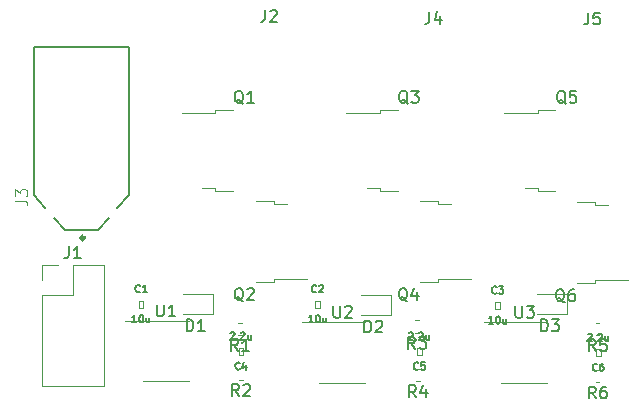
<source format=gbr>
G04 #@! TF.GenerationSoftware,KiCad,Pcbnew,(5.1.5-0)*
G04 #@! TF.CreationDate,2021-08-12T18:14:52-04:00*
G04 #@! TF.ProjectId,ESC_V3,4553435f-5633-42e6-9b69-6361645f7063,rev?*
G04 #@! TF.SameCoordinates,Original*
G04 #@! TF.FileFunction,Legend,Top*
G04 #@! TF.FilePolarity,Positive*
%FSLAX46Y46*%
G04 Gerber Fmt 4.6, Leading zero omitted, Abs format (unit mm)*
G04 Created by KiCad (PCBNEW (5.1.5-0)) date 2021-08-12 18:14:52*
%MOMM*%
%LPD*%
G04 APERTURE LIST*
%ADD10C,0.066040*%
%ADD11C,0.120000*%
%ADD12C,0.127000*%
%ADD13C,0.300000*%
%ADD14C,0.150000*%
%ADD15C,0.015000*%
G04 APERTURE END LIST*
D10*
X113853520Y-87799720D02*
X114249760Y-87799720D01*
X114249760Y-87799720D02*
X114249760Y-87200280D01*
X113853520Y-87200280D02*
X114249760Y-87200280D01*
X113853520Y-87799720D02*
X113853520Y-87200280D01*
X128801880Y-87799720D02*
X129198120Y-87799720D01*
X129198120Y-87799720D02*
X129198120Y-87200280D01*
X128801880Y-87200280D02*
X129198120Y-87200280D01*
X128801880Y-87799720D02*
X128801880Y-87200280D01*
X144053520Y-87899720D02*
X144449760Y-87899720D01*
X144449760Y-87899720D02*
X144449760Y-87300280D01*
X144053520Y-87300280D02*
X144449760Y-87300280D01*
X144053520Y-87899720D02*
X144053520Y-87300280D01*
X122698120Y-91195280D02*
X122698120Y-91794720D01*
X122698120Y-91794720D02*
X122301880Y-91794720D01*
X122301880Y-91195280D02*
X122301880Y-91794720D01*
X122698120Y-91195280D02*
X122301880Y-91195280D01*
X137798120Y-91200280D02*
X137798120Y-91799720D01*
X137798120Y-91799720D02*
X137401880Y-91799720D01*
X137401880Y-91200280D02*
X137401880Y-91799720D01*
X137798120Y-91200280D02*
X137401880Y-91200280D01*
X152949760Y-91300280D02*
X152949760Y-91899720D01*
X152949760Y-91899720D02*
X152553520Y-91899720D01*
X152553520Y-91300280D02*
X152553520Y-91899720D01*
X152949760Y-91300280D02*
X152553520Y-91300280D01*
D11*
X120150000Y-88350000D02*
X120150000Y-86650000D01*
X120150000Y-86650000D02*
X117600000Y-86650000D01*
X120150000Y-88350000D02*
X117600000Y-88350000D01*
X135200000Y-88450000D02*
X132650000Y-88450000D01*
X135200000Y-86750000D02*
X132650000Y-86750000D01*
X135200000Y-88450000D02*
X135200000Y-86750000D01*
X150150000Y-88350000D02*
X150150000Y-86650000D01*
X150150000Y-86650000D02*
X147600000Y-86650000D01*
X150150000Y-88350000D02*
X147600000Y-88350000D01*
X105670000Y-94450000D02*
X110870000Y-94450000D01*
X105670000Y-86770000D02*
X105670000Y-94450000D01*
X110870000Y-84170000D02*
X110870000Y-94450000D01*
X105670000Y-86770000D02*
X108270000Y-86770000D01*
X108270000Y-86770000D02*
X108270000Y-84170000D01*
X108270000Y-84170000D02*
X110870000Y-84170000D01*
X105670000Y-85500000D02*
X105670000Y-84170000D01*
X105670000Y-84170000D02*
X107000000Y-84170000D01*
X121830000Y-71050000D02*
X120330000Y-71050000D01*
X120330000Y-71050000D02*
X120330000Y-71320000D01*
X120330000Y-71320000D02*
X117500000Y-71320000D01*
X121830000Y-77950000D02*
X120330000Y-77950000D01*
X120330000Y-77950000D02*
X120330000Y-77680000D01*
X120330000Y-77680000D02*
X119230000Y-77680000D01*
X125270000Y-79020000D02*
X126370000Y-79020000D01*
X125270000Y-78750000D02*
X125270000Y-79020000D01*
X123770000Y-78750000D02*
X125270000Y-78750000D01*
X125270000Y-85380000D02*
X128100000Y-85380000D01*
X125270000Y-85650000D02*
X125270000Y-85380000D01*
X123770000Y-85650000D02*
X125270000Y-85650000D01*
X135765000Y-71050000D02*
X134265000Y-71050000D01*
X134265000Y-71050000D02*
X134265000Y-71320000D01*
X134265000Y-71320000D02*
X131435000Y-71320000D01*
X135765000Y-77950000D02*
X134265000Y-77950000D01*
X134265000Y-77950000D02*
X134265000Y-77680000D01*
X134265000Y-77680000D02*
X133165000Y-77680000D01*
X139170000Y-79020000D02*
X140270000Y-79020000D01*
X139170000Y-78750000D02*
X139170000Y-79020000D01*
X137670000Y-78750000D02*
X139170000Y-78750000D01*
X139170000Y-85380000D02*
X142000000Y-85380000D01*
X139170000Y-85650000D02*
X139170000Y-85380000D01*
X137670000Y-85650000D02*
X139170000Y-85650000D01*
X149130000Y-71050000D02*
X147630000Y-71050000D01*
X147630000Y-71050000D02*
X147630000Y-71320000D01*
X147630000Y-71320000D02*
X144800000Y-71320000D01*
X149130000Y-77950000D02*
X147630000Y-77950000D01*
X147630000Y-77950000D02*
X147630000Y-77680000D01*
X147630000Y-77680000D02*
X146530000Y-77680000D01*
X152470000Y-79120000D02*
X153570000Y-79120000D01*
X152470000Y-78850000D02*
X152470000Y-79120000D01*
X150970000Y-78850000D02*
X152470000Y-78850000D01*
X152470000Y-85480000D02*
X155300000Y-85480000D01*
X152470000Y-85750000D02*
X152470000Y-85480000D01*
X150970000Y-85750000D02*
X152470000Y-85750000D01*
X122575279Y-90100000D02*
X122249721Y-90100000D01*
X122575279Y-89080000D02*
X122249721Y-89080000D01*
X122662779Y-92890000D02*
X122337221Y-92890000D01*
X122662779Y-93910000D02*
X122337221Y-93910000D01*
X137575279Y-89910000D02*
X137249721Y-89910000D01*
X137575279Y-88890000D02*
X137249721Y-88890000D01*
X137650279Y-92990000D02*
X137324721Y-92990000D01*
X137650279Y-94010000D02*
X137324721Y-94010000D01*
X152862779Y-90110000D02*
X152537221Y-90110000D01*
X152862779Y-89090000D02*
X152537221Y-89090000D01*
X152862779Y-93090000D02*
X152537221Y-93090000D01*
X152862779Y-94110000D02*
X152537221Y-94110000D01*
X116150000Y-94055000D02*
X118100000Y-94055000D01*
X116150000Y-94055000D02*
X114200000Y-94055000D01*
X116150000Y-88935000D02*
X118100000Y-88935000D01*
X116150000Y-88935000D02*
X112700000Y-88935000D01*
X131100000Y-89040000D02*
X127650000Y-89040000D01*
X131100000Y-89040000D02*
X133050000Y-89040000D01*
X131100000Y-94160000D02*
X129150000Y-94160000D01*
X131100000Y-94160000D02*
X133050000Y-94160000D01*
X146500000Y-94160000D02*
X148450000Y-94160000D01*
X146500000Y-94160000D02*
X144550000Y-94160000D01*
X146500000Y-89040000D02*
X148450000Y-89040000D01*
X146500000Y-89040000D02*
X143050000Y-89040000D01*
D12*
X104950000Y-78250000D02*
X104950000Y-65750000D01*
X104950000Y-65750000D02*
X113050000Y-65750000D01*
X113050000Y-65750000D02*
X113050000Y-78250000D01*
X110400000Y-81250000D02*
X107600000Y-81250000D01*
X104950000Y-78250000D02*
X105950000Y-79380000D01*
X107600000Y-81250000D02*
X106700000Y-80230000D01*
X113050000Y-78250000D02*
X112050000Y-79380000D01*
X110400000Y-81250000D02*
X111300000Y-80230000D01*
D13*
X109250000Y-81900000D02*
G75*
G03X109250000Y-81900000I-150000J0D01*
G01*
D12*
X113950040Y-86447714D02*
X113921011Y-86476742D01*
X113833925Y-86505771D01*
X113775868Y-86505771D01*
X113688782Y-86476742D01*
X113630725Y-86418685D01*
X113601697Y-86360628D01*
X113572668Y-86244514D01*
X113572668Y-86157428D01*
X113601697Y-86041314D01*
X113630725Y-85983257D01*
X113688782Y-85925200D01*
X113775868Y-85896171D01*
X113833925Y-85896171D01*
X113921011Y-85925200D01*
X113950040Y-85954228D01*
X114530611Y-86505771D02*
X114182268Y-86505771D01*
X114356440Y-86505771D02*
X114356440Y-85896171D01*
X114298382Y-85983257D01*
X114240325Y-86041314D01*
X114182268Y-86070342D01*
X113659754Y-89045771D02*
X113311411Y-89045771D01*
X113485582Y-89045771D02*
X113485582Y-88436171D01*
X113427525Y-88523257D01*
X113369468Y-88581314D01*
X113311411Y-88610342D01*
X114037125Y-88436171D02*
X114095182Y-88436171D01*
X114153240Y-88465200D01*
X114182268Y-88494228D01*
X114211297Y-88552285D01*
X114240325Y-88668400D01*
X114240325Y-88813542D01*
X114211297Y-88929657D01*
X114182268Y-88987714D01*
X114153240Y-89016742D01*
X114095182Y-89045771D01*
X114037125Y-89045771D01*
X113979068Y-89016742D01*
X113950040Y-88987714D01*
X113921011Y-88929657D01*
X113891982Y-88813542D01*
X113891982Y-88668400D01*
X113921011Y-88552285D01*
X113950040Y-88494228D01*
X113979068Y-88465200D01*
X114037125Y-88436171D01*
X114762840Y-88639371D02*
X114762840Y-89045771D01*
X114501582Y-88639371D02*
X114501582Y-88958685D01*
X114530611Y-89016742D01*
X114588668Y-89045771D01*
X114675754Y-89045771D01*
X114733811Y-89016742D01*
X114762840Y-88987714D01*
X128898400Y-86447714D02*
X128869371Y-86476742D01*
X128782285Y-86505771D01*
X128724228Y-86505771D01*
X128637142Y-86476742D01*
X128579085Y-86418685D01*
X128550057Y-86360628D01*
X128521028Y-86244514D01*
X128521028Y-86157428D01*
X128550057Y-86041314D01*
X128579085Y-85983257D01*
X128637142Y-85925200D01*
X128724228Y-85896171D01*
X128782285Y-85896171D01*
X128869371Y-85925200D01*
X128898400Y-85954228D01*
X129130628Y-85954228D02*
X129159657Y-85925200D01*
X129217714Y-85896171D01*
X129362857Y-85896171D01*
X129420914Y-85925200D01*
X129449942Y-85954228D01*
X129478971Y-86012285D01*
X129478971Y-86070342D01*
X129449942Y-86157428D01*
X129101600Y-86505771D01*
X129478971Y-86505771D01*
X128608114Y-89045771D02*
X128259771Y-89045771D01*
X128433942Y-89045771D02*
X128433942Y-88436171D01*
X128375885Y-88523257D01*
X128317828Y-88581314D01*
X128259771Y-88610342D01*
X128985485Y-88436171D02*
X129043542Y-88436171D01*
X129101600Y-88465200D01*
X129130628Y-88494228D01*
X129159657Y-88552285D01*
X129188685Y-88668400D01*
X129188685Y-88813542D01*
X129159657Y-88929657D01*
X129130628Y-88987714D01*
X129101600Y-89016742D01*
X129043542Y-89045771D01*
X128985485Y-89045771D01*
X128927428Y-89016742D01*
X128898400Y-88987714D01*
X128869371Y-88929657D01*
X128840342Y-88813542D01*
X128840342Y-88668400D01*
X128869371Y-88552285D01*
X128898400Y-88494228D01*
X128927428Y-88465200D01*
X128985485Y-88436171D01*
X129711200Y-88639371D02*
X129711200Y-89045771D01*
X129449942Y-88639371D02*
X129449942Y-88958685D01*
X129478971Y-89016742D01*
X129537028Y-89045771D01*
X129624114Y-89045771D01*
X129682171Y-89016742D01*
X129711200Y-88987714D01*
X144150040Y-86547714D02*
X144121011Y-86576742D01*
X144033925Y-86605771D01*
X143975868Y-86605771D01*
X143888782Y-86576742D01*
X143830725Y-86518685D01*
X143801697Y-86460628D01*
X143772668Y-86344514D01*
X143772668Y-86257428D01*
X143801697Y-86141314D01*
X143830725Y-86083257D01*
X143888782Y-86025200D01*
X143975868Y-85996171D01*
X144033925Y-85996171D01*
X144121011Y-86025200D01*
X144150040Y-86054228D01*
X144353240Y-85996171D02*
X144730611Y-85996171D01*
X144527411Y-86228400D01*
X144614497Y-86228400D01*
X144672554Y-86257428D01*
X144701582Y-86286457D01*
X144730611Y-86344514D01*
X144730611Y-86489657D01*
X144701582Y-86547714D01*
X144672554Y-86576742D01*
X144614497Y-86605771D01*
X144440325Y-86605771D01*
X144382268Y-86576742D01*
X144353240Y-86547714D01*
X143859754Y-89145771D02*
X143511411Y-89145771D01*
X143685582Y-89145771D02*
X143685582Y-88536171D01*
X143627525Y-88623257D01*
X143569468Y-88681314D01*
X143511411Y-88710342D01*
X144237125Y-88536171D02*
X144295182Y-88536171D01*
X144353240Y-88565200D01*
X144382268Y-88594228D01*
X144411297Y-88652285D01*
X144440325Y-88768400D01*
X144440325Y-88913542D01*
X144411297Y-89029657D01*
X144382268Y-89087714D01*
X144353240Y-89116742D01*
X144295182Y-89145771D01*
X144237125Y-89145771D01*
X144179068Y-89116742D01*
X144150040Y-89087714D01*
X144121011Y-89029657D01*
X144091982Y-88913542D01*
X144091982Y-88768400D01*
X144121011Y-88652285D01*
X144150040Y-88594228D01*
X144179068Y-88565200D01*
X144237125Y-88536171D01*
X144962840Y-88739371D02*
X144962840Y-89145771D01*
X144701582Y-88739371D02*
X144701582Y-89058685D01*
X144730611Y-89116742D01*
X144788668Y-89145771D01*
X144875754Y-89145771D01*
X144933811Y-89116742D01*
X144962840Y-89087714D01*
X122398400Y-92982714D02*
X122369371Y-93011742D01*
X122282285Y-93040771D01*
X122224228Y-93040771D01*
X122137142Y-93011742D01*
X122079085Y-92953685D01*
X122050057Y-92895628D01*
X122021028Y-92779514D01*
X122021028Y-92692428D01*
X122050057Y-92576314D01*
X122079085Y-92518257D01*
X122137142Y-92460200D01*
X122224228Y-92431171D01*
X122282285Y-92431171D01*
X122369371Y-92460200D01*
X122398400Y-92489228D01*
X122920914Y-92634371D02*
X122920914Y-93040771D01*
X122775771Y-92402142D02*
X122630628Y-92837571D01*
X123008000Y-92837571D01*
X121614628Y-89949228D02*
X121643657Y-89920200D01*
X121701714Y-89891171D01*
X121846857Y-89891171D01*
X121904914Y-89920200D01*
X121933942Y-89949228D01*
X121962971Y-90007285D01*
X121962971Y-90065342D01*
X121933942Y-90152428D01*
X121585600Y-90500771D01*
X121962971Y-90500771D01*
X122224228Y-90442714D02*
X122253257Y-90471742D01*
X122224228Y-90500771D01*
X122195200Y-90471742D01*
X122224228Y-90442714D01*
X122224228Y-90500771D01*
X122485485Y-89949228D02*
X122514514Y-89920200D01*
X122572571Y-89891171D01*
X122717714Y-89891171D01*
X122775771Y-89920200D01*
X122804800Y-89949228D01*
X122833828Y-90007285D01*
X122833828Y-90065342D01*
X122804800Y-90152428D01*
X122456457Y-90500771D01*
X122833828Y-90500771D01*
X123356342Y-90094371D02*
X123356342Y-90500771D01*
X123095085Y-90094371D02*
X123095085Y-90413685D01*
X123124114Y-90471742D01*
X123182171Y-90500771D01*
X123269257Y-90500771D01*
X123327314Y-90471742D01*
X123356342Y-90442714D01*
X137498400Y-92987714D02*
X137469371Y-93016742D01*
X137382285Y-93045771D01*
X137324228Y-93045771D01*
X137237142Y-93016742D01*
X137179085Y-92958685D01*
X137150057Y-92900628D01*
X137121028Y-92784514D01*
X137121028Y-92697428D01*
X137150057Y-92581314D01*
X137179085Y-92523257D01*
X137237142Y-92465200D01*
X137324228Y-92436171D01*
X137382285Y-92436171D01*
X137469371Y-92465200D01*
X137498400Y-92494228D01*
X138049942Y-92436171D02*
X137759657Y-92436171D01*
X137730628Y-92726457D01*
X137759657Y-92697428D01*
X137817714Y-92668400D01*
X137962857Y-92668400D01*
X138020914Y-92697428D01*
X138049942Y-92726457D01*
X138078971Y-92784514D01*
X138078971Y-92929657D01*
X138049942Y-92987714D01*
X138020914Y-93016742D01*
X137962857Y-93045771D01*
X137817714Y-93045771D01*
X137759657Y-93016742D01*
X137730628Y-92987714D01*
X136714628Y-89954228D02*
X136743657Y-89925200D01*
X136801714Y-89896171D01*
X136946857Y-89896171D01*
X137004914Y-89925200D01*
X137033942Y-89954228D01*
X137062971Y-90012285D01*
X137062971Y-90070342D01*
X137033942Y-90157428D01*
X136685600Y-90505771D01*
X137062971Y-90505771D01*
X137324228Y-90447714D02*
X137353257Y-90476742D01*
X137324228Y-90505771D01*
X137295200Y-90476742D01*
X137324228Y-90447714D01*
X137324228Y-90505771D01*
X137585485Y-89954228D02*
X137614514Y-89925200D01*
X137672571Y-89896171D01*
X137817714Y-89896171D01*
X137875771Y-89925200D01*
X137904800Y-89954228D01*
X137933828Y-90012285D01*
X137933828Y-90070342D01*
X137904800Y-90157428D01*
X137556457Y-90505771D01*
X137933828Y-90505771D01*
X138456342Y-90099371D02*
X138456342Y-90505771D01*
X138195085Y-90099371D02*
X138195085Y-90418685D01*
X138224114Y-90476742D01*
X138282171Y-90505771D01*
X138369257Y-90505771D01*
X138427314Y-90476742D01*
X138456342Y-90447714D01*
X152650040Y-93087714D02*
X152621011Y-93116742D01*
X152533925Y-93145771D01*
X152475868Y-93145771D01*
X152388782Y-93116742D01*
X152330725Y-93058685D01*
X152301697Y-93000628D01*
X152272668Y-92884514D01*
X152272668Y-92797428D01*
X152301697Y-92681314D01*
X152330725Y-92623257D01*
X152388782Y-92565200D01*
X152475868Y-92536171D01*
X152533925Y-92536171D01*
X152621011Y-92565200D01*
X152650040Y-92594228D01*
X153172554Y-92536171D02*
X153056440Y-92536171D01*
X152998382Y-92565200D01*
X152969354Y-92594228D01*
X152911297Y-92681314D01*
X152882268Y-92797428D01*
X152882268Y-93029657D01*
X152911297Y-93087714D01*
X152940325Y-93116742D01*
X152998382Y-93145771D01*
X153114497Y-93145771D01*
X153172554Y-93116742D01*
X153201582Y-93087714D01*
X153230611Y-93029657D01*
X153230611Y-92884514D01*
X153201582Y-92826457D01*
X153172554Y-92797428D01*
X153114497Y-92768400D01*
X152998382Y-92768400D01*
X152940325Y-92797428D01*
X152911297Y-92826457D01*
X152882268Y-92884514D01*
X151866268Y-90054228D02*
X151895297Y-90025200D01*
X151953354Y-89996171D01*
X152098497Y-89996171D01*
X152156554Y-90025200D01*
X152185582Y-90054228D01*
X152214611Y-90112285D01*
X152214611Y-90170342D01*
X152185582Y-90257428D01*
X151837240Y-90605771D01*
X152214611Y-90605771D01*
X152475868Y-90547714D02*
X152504897Y-90576742D01*
X152475868Y-90605771D01*
X152446840Y-90576742D01*
X152475868Y-90547714D01*
X152475868Y-90605771D01*
X152737125Y-90054228D02*
X152766154Y-90025200D01*
X152824211Y-89996171D01*
X152969354Y-89996171D01*
X153027411Y-90025200D01*
X153056440Y-90054228D01*
X153085468Y-90112285D01*
X153085468Y-90170342D01*
X153056440Y-90257428D01*
X152708097Y-90605771D01*
X153085468Y-90605771D01*
X153607982Y-90199371D02*
X153607982Y-90605771D01*
X153346725Y-90199371D02*
X153346725Y-90518685D01*
X153375754Y-90576742D01*
X153433811Y-90605771D01*
X153520897Y-90605771D01*
X153578954Y-90576742D01*
X153607982Y-90547714D01*
D14*
X117911904Y-89802380D02*
X117911904Y-88802380D01*
X118150000Y-88802380D01*
X118292857Y-88850000D01*
X118388095Y-88945238D01*
X118435714Y-89040476D01*
X118483333Y-89230952D01*
X118483333Y-89373809D01*
X118435714Y-89564285D01*
X118388095Y-89659523D01*
X118292857Y-89754761D01*
X118150000Y-89802380D01*
X117911904Y-89802380D01*
X119435714Y-89802380D02*
X118864285Y-89802380D01*
X119150000Y-89802380D02*
X119150000Y-88802380D01*
X119054761Y-88945238D01*
X118959523Y-89040476D01*
X118864285Y-89088095D01*
X132961904Y-89902380D02*
X132961904Y-88902380D01*
X133200000Y-88902380D01*
X133342857Y-88950000D01*
X133438095Y-89045238D01*
X133485714Y-89140476D01*
X133533333Y-89330952D01*
X133533333Y-89473809D01*
X133485714Y-89664285D01*
X133438095Y-89759523D01*
X133342857Y-89854761D01*
X133200000Y-89902380D01*
X132961904Y-89902380D01*
X133914285Y-88997619D02*
X133961904Y-88950000D01*
X134057142Y-88902380D01*
X134295238Y-88902380D01*
X134390476Y-88950000D01*
X134438095Y-88997619D01*
X134485714Y-89092857D01*
X134485714Y-89188095D01*
X134438095Y-89330952D01*
X133866666Y-89902380D01*
X134485714Y-89902380D01*
X147911904Y-89802380D02*
X147911904Y-88802380D01*
X148150000Y-88802380D01*
X148292857Y-88850000D01*
X148388095Y-88945238D01*
X148435714Y-89040476D01*
X148483333Y-89230952D01*
X148483333Y-89373809D01*
X148435714Y-89564285D01*
X148388095Y-89659523D01*
X148292857Y-89754761D01*
X148150000Y-89802380D01*
X147911904Y-89802380D01*
X148816666Y-88802380D02*
X149435714Y-88802380D01*
X149102380Y-89183333D01*
X149245238Y-89183333D01*
X149340476Y-89230952D01*
X149388095Y-89278571D01*
X149435714Y-89373809D01*
X149435714Y-89611904D01*
X149388095Y-89707142D01*
X149340476Y-89754761D01*
X149245238Y-89802380D01*
X148959523Y-89802380D01*
X148864285Y-89754761D01*
X148816666Y-89707142D01*
X107936666Y-82622380D02*
X107936666Y-83336666D01*
X107889047Y-83479523D01*
X107793809Y-83574761D01*
X107650952Y-83622380D01*
X107555714Y-83622380D01*
X108936666Y-83622380D02*
X108365238Y-83622380D01*
X108650952Y-83622380D02*
X108650952Y-82622380D01*
X108555714Y-82765238D01*
X108460476Y-82860476D01*
X108365238Y-82908095D01*
X122704761Y-70547619D02*
X122609523Y-70500000D01*
X122514285Y-70404761D01*
X122371428Y-70261904D01*
X122276190Y-70214285D01*
X122180952Y-70214285D01*
X122228571Y-70452380D02*
X122133333Y-70404761D01*
X122038095Y-70309523D01*
X121990476Y-70119047D01*
X121990476Y-69785714D01*
X122038095Y-69595238D01*
X122133333Y-69500000D01*
X122228571Y-69452380D01*
X122419047Y-69452380D01*
X122514285Y-69500000D01*
X122609523Y-69595238D01*
X122657142Y-69785714D01*
X122657142Y-70119047D01*
X122609523Y-70309523D01*
X122514285Y-70404761D01*
X122419047Y-70452380D01*
X122228571Y-70452380D01*
X123609523Y-70452380D02*
X123038095Y-70452380D01*
X123323809Y-70452380D02*
X123323809Y-69452380D01*
X123228571Y-69595238D01*
X123133333Y-69690476D01*
X123038095Y-69738095D01*
X122704761Y-87247619D02*
X122609523Y-87200000D01*
X122514285Y-87104761D01*
X122371428Y-86961904D01*
X122276190Y-86914285D01*
X122180952Y-86914285D01*
X122228571Y-87152380D02*
X122133333Y-87104761D01*
X122038095Y-87009523D01*
X121990476Y-86819047D01*
X121990476Y-86485714D01*
X122038095Y-86295238D01*
X122133333Y-86200000D01*
X122228571Y-86152380D01*
X122419047Y-86152380D01*
X122514285Y-86200000D01*
X122609523Y-86295238D01*
X122657142Y-86485714D01*
X122657142Y-86819047D01*
X122609523Y-87009523D01*
X122514285Y-87104761D01*
X122419047Y-87152380D01*
X122228571Y-87152380D01*
X123038095Y-86247619D02*
X123085714Y-86200000D01*
X123180952Y-86152380D01*
X123419047Y-86152380D01*
X123514285Y-86200000D01*
X123561904Y-86247619D01*
X123609523Y-86342857D01*
X123609523Y-86438095D01*
X123561904Y-86580952D01*
X122990476Y-87152380D01*
X123609523Y-87152380D01*
X136639761Y-70547619D02*
X136544523Y-70500000D01*
X136449285Y-70404761D01*
X136306428Y-70261904D01*
X136211190Y-70214285D01*
X136115952Y-70214285D01*
X136163571Y-70452380D02*
X136068333Y-70404761D01*
X135973095Y-70309523D01*
X135925476Y-70119047D01*
X135925476Y-69785714D01*
X135973095Y-69595238D01*
X136068333Y-69500000D01*
X136163571Y-69452380D01*
X136354047Y-69452380D01*
X136449285Y-69500000D01*
X136544523Y-69595238D01*
X136592142Y-69785714D01*
X136592142Y-70119047D01*
X136544523Y-70309523D01*
X136449285Y-70404761D01*
X136354047Y-70452380D01*
X136163571Y-70452380D01*
X136925476Y-69452380D02*
X137544523Y-69452380D01*
X137211190Y-69833333D01*
X137354047Y-69833333D01*
X137449285Y-69880952D01*
X137496904Y-69928571D01*
X137544523Y-70023809D01*
X137544523Y-70261904D01*
X137496904Y-70357142D01*
X137449285Y-70404761D01*
X137354047Y-70452380D01*
X137068333Y-70452380D01*
X136973095Y-70404761D01*
X136925476Y-70357142D01*
X136604761Y-87247619D02*
X136509523Y-87200000D01*
X136414285Y-87104761D01*
X136271428Y-86961904D01*
X136176190Y-86914285D01*
X136080952Y-86914285D01*
X136128571Y-87152380D02*
X136033333Y-87104761D01*
X135938095Y-87009523D01*
X135890476Y-86819047D01*
X135890476Y-86485714D01*
X135938095Y-86295238D01*
X136033333Y-86200000D01*
X136128571Y-86152380D01*
X136319047Y-86152380D01*
X136414285Y-86200000D01*
X136509523Y-86295238D01*
X136557142Y-86485714D01*
X136557142Y-86819047D01*
X136509523Y-87009523D01*
X136414285Y-87104761D01*
X136319047Y-87152380D01*
X136128571Y-87152380D01*
X137414285Y-86485714D02*
X137414285Y-87152380D01*
X137176190Y-86104761D02*
X136938095Y-86819047D01*
X137557142Y-86819047D01*
X150004761Y-70547619D02*
X149909523Y-70500000D01*
X149814285Y-70404761D01*
X149671428Y-70261904D01*
X149576190Y-70214285D01*
X149480952Y-70214285D01*
X149528571Y-70452380D02*
X149433333Y-70404761D01*
X149338095Y-70309523D01*
X149290476Y-70119047D01*
X149290476Y-69785714D01*
X149338095Y-69595238D01*
X149433333Y-69500000D01*
X149528571Y-69452380D01*
X149719047Y-69452380D01*
X149814285Y-69500000D01*
X149909523Y-69595238D01*
X149957142Y-69785714D01*
X149957142Y-70119047D01*
X149909523Y-70309523D01*
X149814285Y-70404761D01*
X149719047Y-70452380D01*
X149528571Y-70452380D01*
X150861904Y-69452380D02*
X150385714Y-69452380D01*
X150338095Y-69928571D01*
X150385714Y-69880952D01*
X150480952Y-69833333D01*
X150719047Y-69833333D01*
X150814285Y-69880952D01*
X150861904Y-69928571D01*
X150909523Y-70023809D01*
X150909523Y-70261904D01*
X150861904Y-70357142D01*
X150814285Y-70404761D01*
X150719047Y-70452380D01*
X150480952Y-70452380D01*
X150385714Y-70404761D01*
X150338095Y-70357142D01*
X149904761Y-87347619D02*
X149809523Y-87300000D01*
X149714285Y-87204761D01*
X149571428Y-87061904D01*
X149476190Y-87014285D01*
X149380952Y-87014285D01*
X149428571Y-87252380D02*
X149333333Y-87204761D01*
X149238095Y-87109523D01*
X149190476Y-86919047D01*
X149190476Y-86585714D01*
X149238095Y-86395238D01*
X149333333Y-86300000D01*
X149428571Y-86252380D01*
X149619047Y-86252380D01*
X149714285Y-86300000D01*
X149809523Y-86395238D01*
X149857142Y-86585714D01*
X149857142Y-86919047D01*
X149809523Y-87109523D01*
X149714285Y-87204761D01*
X149619047Y-87252380D01*
X149428571Y-87252380D01*
X150714285Y-86252380D02*
X150523809Y-86252380D01*
X150428571Y-86300000D01*
X150380952Y-86347619D01*
X150285714Y-86490476D01*
X150238095Y-86680952D01*
X150238095Y-87061904D01*
X150285714Y-87157142D01*
X150333333Y-87204761D01*
X150428571Y-87252380D01*
X150619047Y-87252380D01*
X150714285Y-87204761D01*
X150761904Y-87157142D01*
X150809523Y-87061904D01*
X150809523Y-86823809D01*
X150761904Y-86728571D01*
X150714285Y-86680952D01*
X150619047Y-86633333D01*
X150428571Y-86633333D01*
X150333333Y-86680952D01*
X150285714Y-86728571D01*
X150238095Y-86823809D01*
X122245833Y-91472380D02*
X121912500Y-90996190D01*
X121674404Y-91472380D02*
X121674404Y-90472380D01*
X122055357Y-90472380D01*
X122150595Y-90520000D01*
X122198214Y-90567619D01*
X122245833Y-90662857D01*
X122245833Y-90805714D01*
X122198214Y-90900952D01*
X122150595Y-90948571D01*
X122055357Y-90996190D01*
X121674404Y-90996190D01*
X123198214Y-91472380D02*
X122626785Y-91472380D01*
X122912500Y-91472380D02*
X122912500Y-90472380D01*
X122817261Y-90615238D01*
X122722023Y-90710476D01*
X122626785Y-90758095D01*
X122333333Y-95282380D02*
X122000000Y-94806190D01*
X121761904Y-95282380D02*
X121761904Y-94282380D01*
X122142857Y-94282380D01*
X122238095Y-94330000D01*
X122285714Y-94377619D01*
X122333333Y-94472857D01*
X122333333Y-94615714D01*
X122285714Y-94710952D01*
X122238095Y-94758571D01*
X122142857Y-94806190D01*
X121761904Y-94806190D01*
X122714285Y-94377619D02*
X122761904Y-94330000D01*
X122857142Y-94282380D01*
X123095238Y-94282380D01*
X123190476Y-94330000D01*
X123238095Y-94377619D01*
X123285714Y-94472857D01*
X123285714Y-94568095D01*
X123238095Y-94710952D01*
X122666666Y-95282380D01*
X123285714Y-95282380D01*
X137245833Y-91282380D02*
X136912500Y-90806190D01*
X136674404Y-91282380D02*
X136674404Y-90282380D01*
X137055357Y-90282380D01*
X137150595Y-90330000D01*
X137198214Y-90377619D01*
X137245833Y-90472857D01*
X137245833Y-90615714D01*
X137198214Y-90710952D01*
X137150595Y-90758571D01*
X137055357Y-90806190D01*
X136674404Y-90806190D01*
X137579166Y-90282380D02*
X138198214Y-90282380D01*
X137864880Y-90663333D01*
X138007738Y-90663333D01*
X138102976Y-90710952D01*
X138150595Y-90758571D01*
X138198214Y-90853809D01*
X138198214Y-91091904D01*
X138150595Y-91187142D01*
X138102976Y-91234761D01*
X138007738Y-91282380D01*
X137722023Y-91282380D01*
X137626785Y-91234761D01*
X137579166Y-91187142D01*
X137320833Y-95382380D02*
X136987500Y-94906190D01*
X136749404Y-95382380D02*
X136749404Y-94382380D01*
X137130357Y-94382380D01*
X137225595Y-94430000D01*
X137273214Y-94477619D01*
X137320833Y-94572857D01*
X137320833Y-94715714D01*
X137273214Y-94810952D01*
X137225595Y-94858571D01*
X137130357Y-94906190D01*
X136749404Y-94906190D01*
X138177976Y-94715714D02*
X138177976Y-95382380D01*
X137939880Y-94334761D02*
X137701785Y-95049047D01*
X138320833Y-95049047D01*
X152533333Y-91482380D02*
X152200000Y-91006190D01*
X151961904Y-91482380D02*
X151961904Y-90482380D01*
X152342857Y-90482380D01*
X152438095Y-90530000D01*
X152485714Y-90577619D01*
X152533333Y-90672857D01*
X152533333Y-90815714D01*
X152485714Y-90910952D01*
X152438095Y-90958571D01*
X152342857Y-91006190D01*
X151961904Y-91006190D01*
X153438095Y-90482380D02*
X152961904Y-90482380D01*
X152914285Y-90958571D01*
X152961904Y-90910952D01*
X153057142Y-90863333D01*
X153295238Y-90863333D01*
X153390476Y-90910952D01*
X153438095Y-90958571D01*
X153485714Y-91053809D01*
X153485714Y-91291904D01*
X153438095Y-91387142D01*
X153390476Y-91434761D01*
X153295238Y-91482380D01*
X153057142Y-91482380D01*
X152961904Y-91434761D01*
X152914285Y-91387142D01*
X152533333Y-95482380D02*
X152200000Y-95006190D01*
X151961904Y-95482380D02*
X151961904Y-94482380D01*
X152342857Y-94482380D01*
X152438095Y-94530000D01*
X152485714Y-94577619D01*
X152533333Y-94672857D01*
X152533333Y-94815714D01*
X152485714Y-94910952D01*
X152438095Y-94958571D01*
X152342857Y-95006190D01*
X151961904Y-95006190D01*
X153390476Y-94482380D02*
X153200000Y-94482380D01*
X153104761Y-94530000D01*
X153057142Y-94577619D01*
X152961904Y-94720476D01*
X152914285Y-94910952D01*
X152914285Y-95291904D01*
X152961904Y-95387142D01*
X153009523Y-95434761D01*
X153104761Y-95482380D01*
X153295238Y-95482380D01*
X153390476Y-95434761D01*
X153438095Y-95387142D01*
X153485714Y-95291904D01*
X153485714Y-95053809D01*
X153438095Y-94958571D01*
X153390476Y-94910952D01*
X153295238Y-94863333D01*
X153104761Y-94863333D01*
X153009523Y-94910952D01*
X152961904Y-94958571D01*
X152914285Y-95053809D01*
X115388095Y-87547380D02*
X115388095Y-88356904D01*
X115435714Y-88452142D01*
X115483333Y-88499761D01*
X115578571Y-88547380D01*
X115769047Y-88547380D01*
X115864285Y-88499761D01*
X115911904Y-88452142D01*
X115959523Y-88356904D01*
X115959523Y-87547380D01*
X116959523Y-88547380D02*
X116388095Y-88547380D01*
X116673809Y-88547380D02*
X116673809Y-87547380D01*
X116578571Y-87690238D01*
X116483333Y-87785476D01*
X116388095Y-87833095D01*
X130338095Y-87652380D02*
X130338095Y-88461904D01*
X130385714Y-88557142D01*
X130433333Y-88604761D01*
X130528571Y-88652380D01*
X130719047Y-88652380D01*
X130814285Y-88604761D01*
X130861904Y-88557142D01*
X130909523Y-88461904D01*
X130909523Y-87652380D01*
X131338095Y-87747619D02*
X131385714Y-87700000D01*
X131480952Y-87652380D01*
X131719047Y-87652380D01*
X131814285Y-87700000D01*
X131861904Y-87747619D01*
X131909523Y-87842857D01*
X131909523Y-87938095D01*
X131861904Y-88080952D01*
X131290476Y-88652380D01*
X131909523Y-88652380D01*
X145738095Y-87652380D02*
X145738095Y-88461904D01*
X145785714Y-88557142D01*
X145833333Y-88604761D01*
X145928571Y-88652380D01*
X146119047Y-88652380D01*
X146214285Y-88604761D01*
X146261904Y-88557142D01*
X146309523Y-88461904D01*
X146309523Y-87652380D01*
X146690476Y-87652380D02*
X147309523Y-87652380D01*
X146976190Y-88033333D01*
X147119047Y-88033333D01*
X147214285Y-88080952D01*
X147261904Y-88128571D01*
X147309523Y-88223809D01*
X147309523Y-88461904D01*
X147261904Y-88557142D01*
X147214285Y-88604761D01*
X147119047Y-88652380D01*
X146833333Y-88652380D01*
X146738095Y-88604761D01*
X146690476Y-88557142D01*
X124546666Y-62617380D02*
X124546666Y-63331666D01*
X124499047Y-63474523D01*
X124403809Y-63569761D01*
X124260952Y-63617380D01*
X124165714Y-63617380D01*
X124975238Y-62712619D02*
X125022857Y-62665000D01*
X125118095Y-62617380D01*
X125356190Y-62617380D01*
X125451428Y-62665000D01*
X125499047Y-62712619D01*
X125546666Y-62807857D01*
X125546666Y-62903095D01*
X125499047Y-63045952D01*
X124927619Y-63617380D01*
X125546666Y-63617380D01*
D15*
X103413511Y-78761984D02*
X104128292Y-78761984D01*
X104271248Y-78809636D01*
X104366552Y-78904940D01*
X104414204Y-79047896D01*
X104414204Y-79143200D01*
X103413511Y-78380767D02*
X103413511Y-77761291D01*
X103794727Y-78094855D01*
X103794727Y-77951899D01*
X103842379Y-77856595D01*
X103890031Y-77808943D01*
X103985336Y-77761291D01*
X104223596Y-77761291D01*
X104318900Y-77808943D01*
X104366552Y-77856595D01*
X104414204Y-77951899D01*
X104414204Y-78237811D01*
X104366552Y-78333115D01*
X104318900Y-78380767D01*
D14*
X138466666Y-62772380D02*
X138466666Y-63486666D01*
X138419047Y-63629523D01*
X138323809Y-63724761D01*
X138180952Y-63772380D01*
X138085714Y-63772380D01*
X139371428Y-63105714D02*
X139371428Y-63772380D01*
X139133333Y-62724761D02*
X138895238Y-63439047D01*
X139514285Y-63439047D01*
X151916666Y-62817380D02*
X151916666Y-63531666D01*
X151869047Y-63674523D01*
X151773809Y-63769761D01*
X151630952Y-63817380D01*
X151535714Y-63817380D01*
X152869047Y-62817380D02*
X152392857Y-62817380D01*
X152345238Y-63293571D01*
X152392857Y-63245952D01*
X152488095Y-63198333D01*
X152726190Y-63198333D01*
X152821428Y-63245952D01*
X152869047Y-63293571D01*
X152916666Y-63388809D01*
X152916666Y-63626904D01*
X152869047Y-63722142D01*
X152821428Y-63769761D01*
X152726190Y-63817380D01*
X152488095Y-63817380D01*
X152392857Y-63769761D01*
X152345238Y-63722142D01*
M02*

</source>
